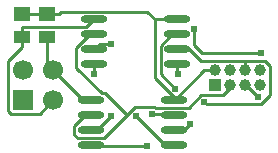
<source format=gtl>
G04 Layer: TopLayer*
G04 EasyEDA v6.5.37, 2023-10-24 21:26:48*
G04 13e8901b193045539208411a1789d2c4,c6048ea56b6a48849a206ead02f041ac,10*
G04 Gerber Generator version 0.2*
G04 Scale: 100 percent, Rotated: No, Reflected: No *
G04 Dimensions in millimeters *
G04 leading zeros omitted , absolute positions ,4 integer and 5 decimal *
%FSLAX45Y45*%
%MOMM*%

%AMMACRO1*21,1,$1,$2,0,0,$3*%
%ADD10C,0.2540*%
%ADD11MACRO1,1.377X1.1325X0.0000*%
%ADD12R,1.3770X1.1325*%
%ADD13O,2.2500082X0.6299962*%
%ADD14R,1.7000X1.7000*%
%ADD15C,1.7000*%
%ADD16C,1.0000*%
%ADD17R,1.0000X1.0000*%
%ADD18C,0.6100*%

%LPD*%
D10*
X2169109Y7632697D02*
G01*
X2089556Y7632697D01*
X1843531Y7878721D01*
X2202027Y8238284D02*
G01*
X2194509Y8245802D01*
X2194509Y8318497D01*
X1463090Y7886697D02*
G01*
X1410258Y7886697D01*
X1322451Y7798889D01*
X1322451Y7724213D01*
X1350467Y7696197D01*
X1574672Y7696197D01*
X1767179Y7888704D01*
X1767179Y7888704D02*
G01*
X1577314Y8078569D01*
X1551508Y8078569D01*
X1338503Y8291573D01*
X1338503Y8460788D01*
X1450212Y8572497D01*
X1488490Y8572497D01*
X2641600Y8140697D02*
G01*
X2641600Y8121139D01*
X2579903Y8059442D01*
X2397861Y8059442D01*
X2291638Y7953220D01*
X2003729Y7953220D01*
X2001570Y7955379D01*
X1833854Y7955379D01*
X1767179Y7888704D01*
X1143000Y8013697D02*
G01*
X1029919Y7900616D01*
X783310Y7900616D01*
X760729Y7923197D01*
X760729Y8348571D01*
X876300Y8464141D01*
X876300Y8548697D02*
G01*
X876300Y8464141D01*
X1488490Y8699497D02*
G01*
X1422450Y8633457D01*
X876528Y8633457D01*
X876300Y8633228D01*
X876300Y8548697D02*
G01*
X876300Y8633228D01*
X1143000Y8267697D02*
G01*
X1092200Y8318497D01*
X1092200Y8548697D01*
X1463090Y8013697D02*
G01*
X1397000Y8013697D01*
X1143000Y8267697D01*
X1140587Y8748697D02*
G01*
X1188973Y8748697D01*
X1140587Y8748697D02*
G01*
X1092200Y8748697D01*
X1092200Y8748697D02*
G01*
X876300Y8748697D01*
X2514600Y8267697D02*
G01*
X2423109Y8267697D01*
X2179827Y8024416D01*
X2179827Y8024416D02*
G01*
X2169109Y8013697D01*
X2179827Y8024416D02*
G01*
X2000046Y8204197D01*
X2000046Y8699497D01*
X2194509Y8699497D02*
G01*
X2000046Y8699497D01*
X2000046Y8699497D02*
G01*
X1934590Y8764953D01*
X1205229Y8764953D01*
X1188973Y8748697D01*
X1633804Y8491928D02*
G01*
X1534921Y8491928D01*
X1488490Y8445497D01*
X1463090Y7759697D02*
G01*
X1513763Y7759697D01*
X1635379Y7881312D01*
X2876499Y8041129D02*
G01*
X2776931Y8140697D01*
X2768600Y8140697D01*
X2335936Y8621468D02*
G01*
X2335936Y8481895D01*
X2398674Y8419157D01*
X2904337Y8419157D01*
X2177034Y8110039D02*
G01*
X2053386Y8233686D01*
X2053386Y8477857D01*
X2148027Y8572497D01*
X2194509Y8572497D01*
X1977288Y7896806D02*
G01*
X2159000Y7896806D01*
X2169109Y7886697D01*
X2768600Y8267697D02*
G01*
X2768600Y8345802D01*
X2169109Y7759697D02*
G01*
X2245969Y7759697D01*
X2303322Y7817050D01*
X2768600Y8345802D02*
G01*
X2393822Y8345802D01*
X2294127Y8445497D01*
X2194509Y8445497D01*
X2422118Y8000870D02*
G01*
X2440431Y7982557D01*
X2900781Y7982557D01*
X2977997Y8059773D01*
X2977997Y8303943D01*
X2936138Y8345802D01*
X2768600Y8345802D01*
X1488490Y8318497D02*
G01*
X1488490Y8243440D01*
X1484858Y8239808D01*
X1938680Y7630538D02*
G01*
X1465249Y7630538D01*
X1463090Y7632697D01*
D11*
G01*
X876300Y8748704D03*
D12*
G01*
X876300Y8548700D03*
D11*
G01*
X1092200Y8748704D03*
D12*
G01*
X1092200Y8548700D03*
D13*
G01*
X1488490Y8699500D03*
G01*
X1488490Y8572500D03*
G01*
X1488490Y8445500D03*
G01*
X1488490Y8318500D03*
G01*
X2194509Y8699500D03*
G01*
X2194509Y8572500D03*
G01*
X2194509Y8445500D03*
G01*
X2194509Y8318500D03*
G01*
X1463090Y8013700D03*
G01*
X1463090Y7886700D03*
G01*
X1463090Y7759700D03*
G01*
X1463090Y7632700D03*
G01*
X2169109Y8013700D03*
G01*
X2169109Y7886700D03*
G01*
X2169109Y7759700D03*
G01*
X2169109Y7632700D03*
D14*
G01*
X889000Y8013700D03*
D15*
G01*
X889000Y8267700D03*
G01*
X1143000Y8013700D03*
G01*
X1143000Y8267700D03*
D16*
G01*
X2895600Y8267700D03*
G01*
X2895600Y8140700D03*
G01*
X2768600Y8267700D03*
G01*
X2768600Y8140700D03*
G01*
X2641600Y8267700D03*
G01*
X2641600Y8140700D03*
G01*
X2514600Y8267700D03*
D17*
G01*
X2514600Y8140700D03*
D18*
G01*
X1484858Y8239808D03*
G01*
X1938680Y7630538D03*
G01*
X2422118Y8000870D03*
G01*
X2303322Y7817050D03*
G01*
X1977288Y7896806D03*
G01*
X2177034Y8110039D03*
G01*
X2876499Y8041129D03*
G01*
X2904337Y8419157D03*
G01*
X2335936Y8621468D03*
G01*
X1633804Y8491928D03*
G01*
X1635379Y7881312D03*
G01*
X1843531Y7878721D03*
G01*
X2202027Y8238284D03*
M02*

</source>
